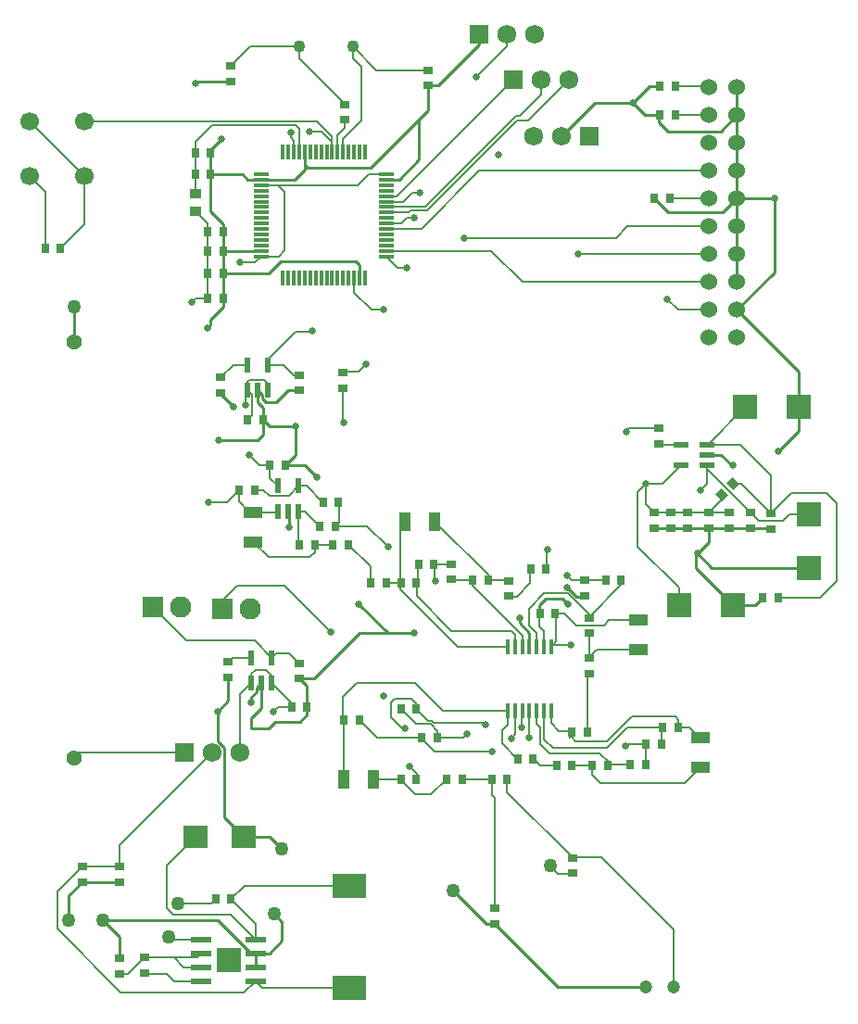
<source format=gtl>
G04*
G04 #@! TF.GenerationSoftware,Altium Limited,Altium Designer,18.1.9 (240)*
G04*
G04 Layer_Physical_Order=1*
G04 Layer_Color=255*
%FSAX24Y24*%
%MOIN*%
G70*
G01*
G75*
G04:AMPARAMS|DCode=14|XSize=35.4mil|YSize=31.5mil|CornerRadius=0mil|HoleSize=0mil|Usage=FLASHONLY|Rotation=135.000|XOffset=0mil|YOffset=0mil|HoleType=Round|Shape=Rectangle|*
%AMROTATEDRECTD14*
4,1,4,0.0237,-0.0014,0.0014,-0.0237,-0.0237,0.0014,-0.0014,0.0237,0.0237,-0.0014,0.0*
%
%ADD14ROTATEDRECTD14*%

%ADD15R,0.0315X0.0354*%
%ADD16R,0.0354X0.0315*%
%ADD17R,0.0581X0.0118*%
%ADD18R,0.0118X0.0581*%
%ADD19R,0.0906X0.0906*%
%ADD20R,0.0906X0.0906*%
%ADD21R,0.0433X0.0669*%
%ADD22R,0.0669X0.0433*%
%ADD23R,0.0220X0.0520*%
%ADD24R,0.0394X0.0354*%
%ADD25R,0.0177X0.0581*%
%ADD26R,0.0580X0.0220*%
%ADD27R,0.0886X0.0847*%
%ADD28R,0.1220X0.0866*%
%ADD29R,0.0780X0.0220*%
%ADD30R,0.0900X0.0900*%
%ADD59C,0.0060*%
%ADD60C,0.0100*%
%ADD61R,0.0658X0.0658*%
%ADD62C,0.0679*%
%ADD63C,0.0600*%
%ADD64C,0.0472*%
%ADD65C,0.0669*%
%ADD66C,0.0433*%
%ADD67C,0.0561*%
%ADD68R,0.0743X0.0743*%
%ADD69C,0.0768*%
%ADD70C,0.0250*%
%ADD71C,0.0500*%
D14*
X037259Y031642D02*
D03*
X037648Y032032D02*
D03*
D15*
X023664Y023542D02*
D03*
X024215D02*
D03*
X035580Y046350D02*
D03*
X035029D02*
D03*
X026356Y029158D02*
D03*
X026907D02*
D03*
X035085Y022686D02*
D03*
X034534D02*
D03*
X026469Y022920D02*
D03*
X027021D02*
D03*
X035580Y045300D02*
D03*
X035029D02*
D03*
X039287Y027948D02*
D03*
X038735D02*
D03*
X028862Y028583D02*
D03*
X028311D02*
D03*
X032611Y021921D02*
D03*
X033162D02*
D03*
X025715Y021420D02*
D03*
X026266D02*
D03*
X035393Y042300D02*
D03*
X034842D02*
D03*
X031327Y021921D02*
D03*
X031878D02*
D03*
X027921Y021420D02*
D03*
X027369D02*
D03*
X024639Y028470D02*
D03*
X025191D02*
D03*
X030392Y028967D02*
D03*
X030943D02*
D03*
X031869Y023101D02*
D03*
X032421D02*
D03*
X030471Y022158D02*
D03*
X029919D02*
D03*
X025719Y028470D02*
D03*
X026271D02*
D03*
X031278Y027390D02*
D03*
X030726D02*
D03*
X035688Y023288D02*
D03*
X035137D02*
D03*
X019904Y031820D02*
D03*
X020456D02*
D03*
X022916Y031380D02*
D03*
X023468D02*
D03*
X022615Y029850D02*
D03*
X022064D02*
D03*
X023821Y029850D02*
D03*
X023270D02*
D03*
X012924Y040500D02*
D03*
X013476D02*
D03*
X025719Y023933D02*
D03*
X026271D02*
D03*
X034520Y021941D02*
D03*
X033969D02*
D03*
X033094Y028581D02*
D03*
X033645D02*
D03*
X020762Y034350D02*
D03*
X020210D02*
D03*
X019050Y017100D02*
D03*
X019601D02*
D03*
X019326Y038700D02*
D03*
X018774D02*
D03*
X019326Y039600D02*
D03*
X018774D02*
D03*
X019326Y040400D02*
D03*
X018774D02*
D03*
X019326Y041100D02*
D03*
X018774D02*
D03*
X018876Y043176D02*
D03*
X018324D02*
D03*
X018876Y043950D02*
D03*
X018324D02*
D03*
X028986Y021420D02*
D03*
X029537D02*
D03*
X021010Y032713D02*
D03*
X021562D02*
D03*
X021789Y024000D02*
D03*
X022340D02*
D03*
X022800Y030501D02*
D03*
X023351D02*
D03*
D16*
X034995Y033480D02*
D03*
Y034031D02*
D03*
X032342Y028010D02*
D03*
Y028561D02*
D03*
X032480Y026667D02*
D03*
Y027218D02*
D03*
X029582Y028007D02*
D03*
Y028558D02*
D03*
X032480Y025223D02*
D03*
Y025775D02*
D03*
X031894Y018029D02*
D03*
Y018580D02*
D03*
X016500Y014444D02*
D03*
Y014995D02*
D03*
X023700Y045683D02*
D03*
Y045132D02*
D03*
X029100Y016224D02*
D03*
Y016776D02*
D03*
X023639Y036040D02*
D03*
Y035489D02*
D03*
X035445Y030444D02*
D03*
Y030995D02*
D03*
X034845Y030444D02*
D03*
Y030995D02*
D03*
X036045Y030995D02*
D03*
Y030444D02*
D03*
X036795Y030995D02*
D03*
Y030444D02*
D03*
X037545Y030444D02*
D03*
Y030995D02*
D03*
X027532Y029158D02*
D03*
Y028607D02*
D03*
X026700Y046919D02*
D03*
Y046368D02*
D03*
X038295Y030444D02*
D03*
Y030995D02*
D03*
X019601Y046510D02*
D03*
Y047061D02*
D03*
X039045Y030419D02*
D03*
Y030970D02*
D03*
X015600Y014976D02*
D03*
Y014424D02*
D03*
X019237Y035311D02*
D03*
Y035863D02*
D03*
X022050Y035400D02*
D03*
Y035951D02*
D03*
X014250Y017709D02*
D03*
Y018261D02*
D03*
X015600Y017709D02*
D03*
Y018261D02*
D03*
X019500Y025626D02*
D03*
Y025074D02*
D03*
X022050Y025585D02*
D03*
Y025033D02*
D03*
D17*
X025209Y043176D02*
D03*
Y042980D02*
D03*
Y042783D02*
D03*
Y042586D02*
D03*
Y042389D02*
D03*
Y042192D02*
D03*
Y041995D02*
D03*
Y041798D02*
D03*
Y041602D02*
D03*
Y041405D02*
D03*
Y041208D02*
D03*
Y041011D02*
D03*
Y040814D02*
D03*
Y040617D02*
D03*
Y040420D02*
D03*
Y040224D02*
D03*
X020691D02*
D03*
Y040420D02*
D03*
Y040617D02*
D03*
Y040814D02*
D03*
Y041011D02*
D03*
Y041208D02*
D03*
Y041405D02*
D03*
Y041602D02*
D03*
Y041798D02*
D03*
Y041995D02*
D03*
Y042192D02*
D03*
Y042389D02*
D03*
Y042586D02*
D03*
Y042783D02*
D03*
Y042980D02*
D03*
Y043176D02*
D03*
D18*
X024426Y039441D02*
D03*
X024230D02*
D03*
X024033D02*
D03*
X023836D02*
D03*
X023639D02*
D03*
X023442D02*
D03*
X023245D02*
D03*
X023048D02*
D03*
X022852D02*
D03*
X022655D02*
D03*
X022458D02*
D03*
X022261D02*
D03*
X022064D02*
D03*
X021867D02*
D03*
X021670D02*
D03*
X021474D02*
D03*
Y043959D02*
D03*
X021670D02*
D03*
X021867D02*
D03*
X022064D02*
D03*
X022261D02*
D03*
X022458D02*
D03*
X022655D02*
D03*
X022852D02*
D03*
X023048D02*
D03*
X023245D02*
D03*
X023442D02*
D03*
X023639D02*
D03*
X023836D02*
D03*
X024033D02*
D03*
X024230D02*
D03*
X024426D02*
D03*
D19*
X040029Y034800D02*
D03*
X038100D02*
D03*
X037665Y027683D02*
D03*
X035735D02*
D03*
D20*
X040395Y029005D02*
D03*
Y030934D02*
D03*
D21*
X023663Y021420D02*
D03*
X024726D02*
D03*
X025879Y030680D02*
D03*
X026942D02*
D03*
D22*
X034269Y027134D02*
D03*
Y026071D02*
D03*
X020400Y031015D02*
D03*
Y029952D02*
D03*
X036495Y022906D02*
D03*
Y021843D02*
D03*
D23*
X020200Y035400D02*
D03*
X020570D02*
D03*
X020940D02*
D03*
Y036320D02*
D03*
X020200D02*
D03*
X020330Y024866D02*
D03*
X020700D02*
D03*
X021070D02*
D03*
Y025786D02*
D03*
X020330D02*
D03*
X021300Y031960D02*
D03*
X022040D02*
D03*
Y031040D02*
D03*
X021670D02*
D03*
X021300D02*
D03*
D24*
X018334Y042465D02*
D03*
Y041835D02*
D03*
D25*
X029577Y026177D02*
D03*
X029833D02*
D03*
X030089D02*
D03*
X030345D02*
D03*
X030601D02*
D03*
X030857D02*
D03*
X031113D02*
D03*
Y023863D02*
D03*
X030857D02*
D03*
X030601D02*
D03*
X030345D02*
D03*
X030089D02*
D03*
X029833D02*
D03*
X029577D02*
D03*
D26*
X036731Y032713D02*
D03*
Y033083D02*
D03*
Y033453D02*
D03*
X035791D02*
D03*
Y032713D02*
D03*
D27*
X018334Y019350D02*
D03*
X020066D02*
D03*
D28*
X023850Y017581D02*
D03*
Y013919D02*
D03*
D29*
X018546Y015657D02*
D03*
Y015157D02*
D03*
Y014657D02*
D03*
Y014157D02*
D03*
X020486D02*
D03*
Y014657D02*
D03*
Y015157D02*
D03*
Y015657D02*
D03*
D30*
X019516Y014907D02*
D03*
D59*
X026469Y022886D02*
Y022920D01*
Y022886D02*
X026942Y022413D01*
X028995D01*
X031721Y028099D02*
X032480Y027340D01*
X030864Y028099D02*
X031721D01*
X032480Y027238D02*
Y027340D01*
X020940Y035400D02*
Y035636D01*
X020802Y035774D02*
X020940Y035636D01*
X020259Y035774D02*
X020802D01*
X020200Y035715D02*
X020259Y035774D01*
X020200Y035400D02*
Y035715D01*
X020115Y035315D02*
X020200Y035400D01*
X020115Y034876D02*
Y035315D01*
X020200Y035400D02*
X020367Y035233D01*
Y034506D02*
Y035233D01*
X020210Y034350D02*
X020367Y034506D01*
X023245Y044348D02*
Y044539D01*
Y043959D02*
Y044348D01*
X022874Y044719D02*
X023245Y044348D01*
X022443Y044719D02*
X022874D01*
X030068Y023842D02*
X030089Y023863D01*
X030068Y023260D02*
Y023842D01*
X028699Y023431D02*
X028763Y023367D01*
X026903Y023431D02*
X028699D01*
X026271Y023933D02*
Y024129D01*
X026100Y024300D02*
X026271Y024129D01*
X025488Y024300D02*
X026100D01*
X025350Y024162D02*
X025488Y024300D01*
X025350Y023646D02*
Y024162D01*
Y023646D02*
X025766Y023229D01*
X025868D01*
X026018Y021871D02*
X026285Y021603D01*
Y021420D02*
Y021603D01*
X026830Y023504D02*
X026903Y023431D01*
X026699Y023504D02*
X026830D01*
X026271Y023933D02*
X026699Y023504D01*
X035522Y013950D02*
Y015999D01*
X032921Y018600D02*
X035522Y015999D01*
X031894Y018600D02*
X032921D01*
X033861Y022686D02*
X034514D01*
X033795Y022620D02*
X033861Y022686D01*
X018324Y043950D02*
Y044338D01*
X018922Y044935D01*
X021922D01*
X022064Y044793D01*
Y043959D02*
Y044793D01*
X020486Y015657D02*
Y016215D01*
X019601Y017100D02*
X020486Y016215D01*
X026927Y028578D02*
X026966Y028538D01*
X028986Y020850D02*
Y021420D01*
Y020850D02*
X029100Y020736D01*
Y016795D02*
Y020736D01*
X031081Y018305D02*
X031376Y018009D01*
X031894D01*
X029537Y020957D02*
X031894Y018600D01*
X029537Y020957D02*
Y021420D01*
X034995Y033460D02*
X035002Y033453D01*
X035791D01*
X033813Y033923D02*
X033940Y034051D01*
X034995D01*
X025209Y042192D02*
X025800D01*
X026128Y042521D01*
X026380D01*
X028431Y046670D02*
X029537Y047776D01*
Y048221D01*
X029866Y045283D02*
X029983D01*
X026603Y042021D02*
X029866Y045283D01*
X025234Y042021D02*
X026603D01*
X025209Y041995D02*
X025234Y042021D01*
X026005Y041798D02*
X026077Y041871D01*
X025209Y041798D02*
X026005D01*
X029908Y045113D02*
X030296D01*
X026665Y041871D02*
X029908Y045113D01*
X026077Y041871D02*
X026665D01*
X029983Y045283D02*
X030750Y046050D01*
X030296Y045113D02*
X031750Y046567D01*
X030750Y046050D02*
Y046567D01*
X025209Y042389D02*
X025572D01*
X029750Y046567D01*
X035309Y038671D02*
X035680Y038300D01*
X036795D01*
X025945Y041621D02*
X026181D01*
X025209Y040224D02*
X025612Y039821D01*
X025930D01*
X027981Y040871D02*
X033450D01*
X033879Y041300D01*
X036795D01*
X025209Y041405D02*
X025730D01*
X025945Y041621D01*
X032100Y040300D02*
X036795D01*
X024033Y038917D02*
Y039441D01*
Y038917D02*
X024649Y038300D01*
X025107D01*
X030089Y039300D02*
X036795D01*
X028969Y040420D02*
X030089Y039300D01*
X025209Y040420D02*
X028969D01*
X025209Y041208D02*
X026450D01*
X028542Y043300D01*
X036795D01*
X035413Y042300D02*
X036795D01*
X036745Y046350D02*
X036795Y046300D01*
X035600Y046350D02*
X036745D01*
X035600Y045300D02*
X036795D01*
X020471Y040004D02*
X020691Y040224D01*
X019942Y040004D02*
X020471D01*
X018189Y038573D02*
X018316Y038700D01*
X018774D01*
X021300Y042783D02*
X021526Y042557D01*
X021300Y042783D02*
X024168D01*
X020691D02*
X021300D01*
X020691Y040224D02*
X021316D01*
X021525Y040433D01*
Y040645D01*
X021526Y040646D01*
Y042557D01*
X024562Y043176D02*
X025209D01*
X024168Y042783D02*
X024562Y043176D01*
X021867Y043959D02*
Y044392D01*
X021767Y044493D02*
X021867Y044392D01*
X021767Y044493D02*
Y044676D01*
X024197Y036059D02*
X024475Y036337D01*
X023639Y036059D02*
X024197D01*
X012366Y043116D02*
X012924Y042557D01*
Y040500D02*
Y042557D01*
X013476Y040500D02*
X014334Y041359D01*
Y043116D01*
X012366Y045084D02*
X014334Y043116D01*
X022700Y045084D02*
X023245Y044539D01*
X014334Y045084D02*
X022700D01*
X020940Y036320D02*
X021490D01*
X021859Y035951D01*
X022050D01*
X022500Y037500D02*
X022527Y037527D01*
X021940Y037500D02*
X022500D01*
X024300Y045113D02*
Y047039D01*
X023985Y047354D02*
Y047771D01*
Y047354D02*
X024300Y047039D01*
X023639Y043959D02*
Y044452D01*
X024300Y045113D01*
X023442Y043959D02*
Y044592D01*
X023700Y044850D01*
Y045113D01*
X022064Y047339D02*
Y047771D01*
Y047339D02*
X023700Y045703D01*
X023985Y047771D02*
X024836Y046919D01*
X026700D01*
X020310Y047771D02*
X022064D01*
X019601Y047061D02*
X020310Y047771D01*
X018324Y043176D02*
Y043950D01*
Y043176D02*
X018334Y043167D01*
Y042465D02*
Y043167D01*
Y041835D02*
X018774Y041394D01*
Y041100D02*
Y041394D01*
Y040400D02*
Y041100D01*
Y039600D02*
Y040400D01*
Y038700D02*
Y039600D01*
X020940Y036320D02*
Y036500D01*
X021940Y037500D01*
X019694Y036320D02*
X020200D01*
X019237Y035863D02*
X019694Y036320D01*
X021276Y031015D02*
X021300Y031040D01*
X020400Y031015D02*
X021276D01*
X019447Y031382D02*
X019885Y031820D01*
X018811Y031382D02*
X019447D01*
X023639Y034245D02*
X023652Y034232D01*
X023639Y034245D02*
Y035469D01*
X024511Y030501D02*
X025250Y029763D01*
X023351Y030501D02*
X024511D01*
X023351D02*
X023487Y030637D01*
Y031380D01*
X022040Y031960D02*
X022317D01*
X022897Y031380D01*
X022040Y031040D02*
X022261D01*
X022800Y030501D01*
X021680Y031600D02*
X022040Y031960D01*
X020982Y031600D02*
X021680D01*
X020761Y031820D02*
X020982Y031600D01*
X020475Y031820D02*
X020761D01*
X020640Y032713D02*
X021010D01*
Y032250D02*
Y032713D01*
Y032250D02*
X021300Y031960D01*
X020270Y033083D02*
X020640Y032713D01*
X019885Y031400D02*
Y031820D01*
Y031400D02*
X020270Y031015D01*
X020400D01*
Y029952D02*
X020952Y029400D01*
X022444D01*
X022635Y029592D01*
Y029850D01*
X022040Y031040D02*
X022044Y031036D01*
Y029850D02*
Y031036D01*
X022635Y029850D02*
X023250D01*
X024620Y028470D02*
Y029071D01*
X023841Y029850D02*
X024620Y029071D01*
X020456Y026400D02*
X021070Y025786D01*
X017993Y026400D02*
X020456D01*
X016793Y027600D02*
X017993Y026400D01*
X019300Y027533D02*
Y027839D01*
X019828Y028366D01*
X021526D01*
X023192Y026700D01*
X039045Y030970D02*
X039779Y031705D01*
X041037D01*
X041400Y031341D01*
Y028553D02*
Y031341D01*
X040796Y027948D02*
X041400Y028553D01*
X039306Y027948D02*
X040796D01*
X034245Y031758D02*
X034522Y032035D01*
X034245Y029787D02*
Y031758D01*
Y029787D02*
X035735Y028296D01*
Y027683D02*
Y028296D01*
X034522Y031318D02*
Y032035D01*
X032480Y025794D02*
X032757Y026071D01*
X034269D01*
X036753Y033453D02*
X037939D01*
X036731D02*
X036753D01*
X038100Y034800D01*
X036731Y032559D02*
X038295Y030995D01*
X036731Y032559D02*
Y032713D01*
X036795Y030995D02*
X037245Y031445D01*
X036795Y030995D02*
X036795Y030995D01*
X037245Y031445D02*
Y031628D01*
X037970Y032046D02*
X039045Y030970D01*
X037662Y032046D02*
X037970D01*
X039045Y030970D02*
Y032347D01*
X037939Y033453D02*
X039045Y032347D01*
X035114Y032035D02*
X035791Y032713D01*
X034522Y032035D02*
X035114D01*
X034522Y031318D02*
X034845Y030995D01*
X036731Y032050D02*
Y032559D01*
X036495Y031813D02*
X036731Y032050D01*
X038295Y030995D02*
X038596Y030695D01*
X039470D01*
X039710Y030934D01*
X040395D01*
X036795Y030995D02*
X037545D01*
X036045Y030995D02*
X036045Y030995D01*
X036045Y030995D02*
X036045Y030995D01*
X036045Y030995D02*
X036795D01*
X035445Y030995D02*
X036045D01*
X035445Y030995D02*
X035445Y030995D01*
X034845Y030995D02*
X035445D01*
X026927Y028578D02*
Y029158D01*
X026290Y028470D02*
X026336Y028516D01*
Y029158D01*
X026927D02*
X027532D01*
X029755Y026903D02*
X030089Y026569D01*
Y026177D02*
Y026569D01*
X029754Y026903D02*
X029755D01*
X028292Y028366D02*
X029754Y026903D01*
X028292Y028366D02*
Y028583D01*
X027532Y028607D02*
X027556Y028583D01*
X028292D01*
X029833Y026177D02*
Y026613D01*
X029693Y026753D02*
X029833Y026613D01*
X027532Y026753D02*
X029693D01*
X026290Y027995D02*
X027532Y026753D01*
X026290Y027995D02*
Y028470D01*
X027767Y026177D02*
X029577D01*
X025700Y028243D02*
X027767Y026177D01*
X025700Y028243D02*
Y028470D01*
X025210D02*
X025700D01*
Y030501D01*
X025879Y030680D01*
X026942D02*
X028882Y028740D01*
Y028583D02*
Y028740D01*
Y028583D02*
X029577D01*
X029582Y028578D01*
X030372Y028460D02*
Y028967D01*
X029900Y027988D02*
X030372Y028460D01*
X029582Y027988D02*
X029900D01*
X031180Y026244D02*
X031297Y026361D01*
X031113Y026177D02*
X031180Y026244D01*
X031845D01*
X030963Y029626D02*
X031002Y029665D01*
X030963Y028967D02*
Y029626D01*
X030318Y027553D02*
X030864Y028099D01*
X031695Y028750D02*
X031864Y028581D01*
X032342D01*
X033094D01*
X031297Y027390D02*
X031594D01*
X032042Y026943D01*
X033013D01*
X033204Y027134D01*
X034269D01*
X031297Y026361D02*
Y027390D01*
X030857Y026177D02*
Y026753D01*
X030707Y026903D02*
X030857Y026753D01*
X030707Y026903D02*
Y027390D01*
X030601Y026177D02*
Y026670D01*
X030318Y026953D02*
X030601Y026670D01*
X030318Y026953D02*
Y027553D01*
X032480Y027238D02*
X033645Y028403D01*
Y028581D01*
X032480Y026642D02*
X032480Y026642D01*
Y025794D02*
Y026642D01*
X032440Y025164D02*
X032480Y025204D01*
X032440Y023101D02*
Y025164D01*
X035708Y023288D02*
X036112D01*
X036495Y022906D01*
X032591Y021561D02*
Y021921D01*
Y021561D02*
X032883Y021270D01*
X035922D01*
X036495Y021843D01*
X035708Y023288D02*
Y023550D01*
X035592Y023666D02*
X035708Y023550D01*
X034028Y023666D02*
X035592D01*
X033144Y022782D02*
X034028Y023666D01*
X031789Y022920D02*
Y023154D01*
X031995Y022782D02*
X033144D01*
X031850Y022927D02*
X031995Y022782D01*
X031850Y022927D02*
Y023101D01*
X031113Y023431D02*
Y023863D01*
Y023431D02*
X031390Y023154D01*
X031789D01*
X030857Y023863D02*
X030876Y023843D01*
Y022854D02*
Y023843D01*
Y022854D02*
X031182Y022549D01*
X033123D01*
X033850Y023276D01*
X035105D01*
X027957Y022920D02*
X028095Y023058D01*
X027040Y022920D02*
X027957D01*
X035105Y022686D02*
Y023276D01*
X034514Y022686D02*
X034520Y022680D01*
Y021941D02*
Y022680D01*
X033182Y021921D02*
X033201Y021941D01*
X033969D01*
X029833Y023038D02*
Y023863D01*
X029687Y022891D02*
X029833Y023038D01*
X030601Y023414D02*
Y023863D01*
Y023414D02*
X030726Y023288D01*
Y022688D02*
Y023288D01*
Y022688D02*
X031070Y022345D01*
X032867D01*
X033182Y022030D01*
Y021921D02*
Y022030D01*
X032591Y021921D02*
X032591Y021921D01*
X031898Y021921D02*
X032591D01*
X030490Y022158D02*
X030726Y021921D01*
X031307D01*
X030345Y022920D02*
Y023863D01*
X029351Y023166D02*
X029577Y023392D01*
X029351Y022706D02*
Y023166D01*
Y022706D02*
X029900Y022158D01*
X029577Y023392D02*
Y023863D01*
X023644Y023542D02*
Y024380D01*
X024131Y024867D01*
X026235D01*
X027238Y023863D01*
X029577D01*
X025719Y023933D02*
X026258Y023394D01*
X026784D01*
X027040Y023138D01*
Y022920D02*
Y023138D01*
X024235Y023542D02*
X024857Y022920D01*
X026450D01*
X023644Y023542D02*
X023663Y023523D01*
Y021420D02*
Y023523D01*
X024726Y021420D02*
X025695D01*
X026236Y020879D01*
X026809D01*
X027350Y021420D01*
X027940D02*
X028986D01*
X021136Y023850D02*
X021286Y024000D01*
X021789D01*
X020330Y024866D02*
Y025197D01*
X020483Y025350D01*
X020851D01*
X021070Y025131D01*
Y024866D02*
Y025131D01*
X019500Y025626D02*
X019660Y025786D01*
X020330D01*
X021070D02*
X021234Y025950D01*
X021685D01*
X022050Y025585D01*
X021789Y024000D02*
Y024147D01*
X021070Y024866D02*
X021789Y024147D01*
X019925Y024461D02*
X020330Y024866D01*
X019925Y022361D02*
Y024461D01*
X013950Y022187D02*
X014124Y022361D01*
X017925D01*
X017300Y018316D02*
X018334Y019350D01*
X017300Y016784D02*
Y018316D01*
Y016784D02*
X017534Y016550D01*
X017866D01*
X017870Y016555D01*
X019588D01*
X020486Y015657D01*
X018900Y016950D02*
X019050Y017100D01*
X017700Y016950D02*
X018900D01*
X017359Y015755D02*
X017457Y015657D01*
X018546D01*
X015600Y018261D02*
Y019036D01*
X018925Y022361D01*
X013350Y017361D02*
X014250Y018261D01*
X013350Y016026D02*
Y017361D01*
Y016026D02*
X015633Y013742D01*
X015909Y014424D02*
X016500Y015015D01*
X017550D01*
X015633Y013742D02*
X020072D01*
X020486Y014157D01*
X014250Y018261D02*
X015600D01*
X017550Y015015D02*
X018404D01*
X017550D02*
X017908Y014657D01*
X018546D01*
X018404Y015015D02*
X018546Y015157D01*
X015600Y014424D02*
X015909D01*
X017550Y014157D02*
X018546D01*
X017282Y014424D02*
X017550Y014157D01*
X016500Y014424D02*
X017282D01*
X019601Y017100D02*
X020082Y017581D01*
X023850D01*
X020486Y014157D02*
X020723Y013919D01*
X023850D01*
D60*
X037245Y033083D02*
X037631Y032696D01*
X036731Y033083D02*
X037245D01*
X037631Y032696D02*
X037672D01*
X028783Y016205D02*
X029100D01*
X035009Y045037D02*
Y045300D01*
X034822Y042300D02*
X035324Y041798D01*
X030707Y027390D02*
Y027683D01*
X030923Y027900D01*
X031518D01*
X031718Y027700D01*
X031695Y028323D02*
X032028Y027990D01*
X032342D01*
X037214Y044719D02*
X037795Y045300D01*
X035327Y044719D02*
X037214D01*
X035009Y045037D02*
X035327Y044719D01*
X020540Y024706D02*
X020700Y024866D01*
X020540Y024564D02*
Y024706D01*
X020328Y024352D02*
X020540Y024564D01*
X020328Y024173D02*
Y024352D01*
X021670Y031040D02*
X021708Y031003D01*
Y030460D02*
Y031003D01*
X022265Y032713D02*
X022708Y032270D01*
X021562Y032713D02*
X022265D01*
X029100Y016205D02*
X031355Y013950D01*
X034522D01*
X037795Y038300D02*
X039150Y039655D01*
Y042300D01*
X040029Y034800D02*
Y036066D01*
X037795Y038300D02*
X040029Y036066D01*
X019365Y020051D02*
X020066Y019350D01*
X019365Y020051D02*
Y022543D01*
X019116Y022792D02*
X019365Y022543D01*
X019116Y022792D02*
Y023850D01*
X019500Y024234D02*
Y025074D01*
X019116Y023850D02*
X019500Y024234D01*
X020570Y035400D02*
X020730Y035240D01*
Y035099D02*
Y035240D01*
Y035099D02*
X020852Y034977D01*
X021227D01*
X021650Y035400D01*
X022050D01*
X020762Y033821D02*
Y034350D01*
X020550Y033610D02*
X020762Y033821D01*
X019179Y033610D02*
X020550D01*
X019237Y035261D02*
Y035311D01*
Y035261D02*
X019688Y034810D01*
X018876Y043950D02*
Y044054D01*
X019268Y044447D01*
X024227Y026671D02*
X025247D01*
X024193Y027725D02*
X025247Y026671D01*
X026186D01*
X022590Y025033D02*
X024227Y026671D01*
X022067Y025033D02*
X022590D01*
X022050D02*
X022067D01*
X029984Y027035D02*
Y027213D01*
Y027035D02*
X030345Y026675D01*
X020328Y015157D02*
X020486D01*
X019130Y016355D02*
X020328Y015157D01*
X017953Y016355D02*
X019130D01*
X031500Y044539D02*
X032711Y045750D01*
X034050D01*
X026700Y046368D02*
X027058D01*
X028537Y047847D01*
Y048221D01*
X037795Y039300D02*
Y040300D01*
Y041300D01*
Y042300D01*
Y045300D02*
Y046300D01*
Y044300D02*
Y045300D01*
Y043300D02*
Y044300D01*
Y042300D02*
Y043300D01*
Y042300D02*
X039150D01*
X037293Y041798D02*
X037795Y042300D01*
X035324Y041798D02*
X037293D01*
X034050Y045750D02*
X034500Y045300D01*
X035009D01*
X034050Y045750D02*
X034650Y046350D01*
X035009D01*
X025209Y042980D02*
X025650D01*
X026379Y043708D01*
Y045150D01*
X022261Y043500D02*
Y043959D01*
Y043350D02*
Y043500D01*
X022368Y043393D01*
X024622D01*
X026379Y045150D01*
X021891Y042980D02*
X022261Y043350D01*
X020691Y042980D02*
X021891D01*
X018387Y046510D02*
X019601D01*
X018334Y046457D02*
X018387Y046510D01*
X026379Y045150D02*
X026700Y045471D01*
Y046368D01*
X018750Y037650D02*
X018863Y037763D01*
Y037950D01*
X024230Y039441D02*
Y039900D01*
X024080Y040050D02*
X024230Y039900D01*
X021400Y040050D02*
X024080D01*
X020950Y039600D02*
X021400Y040050D01*
X019326Y039600D02*
X020950D01*
X019326Y041100D02*
Y041379D01*
X018876Y041829D02*
X019326Y041379D01*
X018876Y041829D02*
Y043176D01*
X020210Y042980D02*
X020691D01*
X020013Y043176D02*
X020210Y042980D01*
X018876Y043176D02*
X020013D01*
X018876D02*
Y043950D01*
X020670Y040400D02*
X020691Y040420D01*
X019326Y040400D02*
X020670D01*
X019326D02*
Y041100D01*
Y039600D02*
Y040400D01*
Y038700D02*
Y039600D01*
Y038400D02*
Y038700D01*
X018876Y037950D02*
X019326Y038400D01*
X018863Y037950D02*
X018876D01*
X020570Y034977D02*
Y035400D01*
Y034977D02*
X020762Y034785D01*
Y034350D02*
Y034785D01*
Y034350D02*
X021003Y034109D01*
X021922D01*
X021562Y032713D02*
X021922Y033073D01*
Y034109D01*
X036327Y029473D02*
X036381Y029527D01*
X036327Y029021D02*
Y029473D01*
Y029021D02*
X037665Y027683D01*
X038451D02*
X038716Y027948D01*
X037665Y027683D02*
X038451D01*
X039300Y033204D02*
X040029Y033933D01*
Y034800D01*
X030345Y026177D02*
Y026675D01*
X036381Y029527D02*
X036903Y029005D01*
X040395D01*
X039020Y030444D02*
X039045Y030419D01*
X038295Y030444D02*
X039020D01*
X038295Y030444D02*
X038295Y030444D01*
X037545Y030444D02*
X038295D01*
X036381Y029527D02*
X036795Y029940D01*
Y030444D01*
X037545D02*
X037545Y030444D01*
X036795Y030444D02*
X037545D01*
X036795Y030444D02*
X036795Y030444D01*
X036045Y030444D02*
X036795D01*
X036045Y030444D02*
X036045Y030444D01*
X035445Y030444D02*
X036045D01*
X035445Y030444D02*
X035445Y030444D01*
X034845Y030444D02*
X035445D01*
X015005Y016350D02*
X015600Y015755D01*
X021191Y023489D02*
X022080D01*
X020953Y023250D02*
X021191Y023489D01*
X020330Y023250D02*
Y023610D01*
X020700Y023980D01*
X020330Y023250D02*
X020953D01*
X020700Y023980D02*
Y024866D01*
X022340Y023749D02*
Y024000D01*
X022080Y023489D02*
X022340Y023749D01*
Y024000D02*
Y024760D01*
X022067Y025033D02*
X022340Y024760D01*
X013950Y037148D02*
Y038400D01*
X020987Y019350D02*
X021437Y018900D01*
X020066Y019350D02*
X020987D01*
X015005Y016350D02*
X017949D01*
X015000Y016355D02*
X015005Y016350D01*
X017949D02*
X017953Y016355D01*
X015600Y014976D02*
Y015755D01*
X020486Y014657D02*
Y015157D01*
X014250Y017709D02*
X015600D01*
X013769Y017229D02*
X014250Y017709D01*
X013769Y016355D02*
Y017229D01*
X021150Y016579D02*
X021437Y016292D01*
Y015600D02*
Y016292D01*
X020993Y015157D02*
X021437Y015600D01*
X020486Y015157D02*
X020993D01*
X027587Y017400D02*
X028783Y016205D01*
D61*
X017925Y022361D02*
D03*
X029750Y046567D02*
D03*
X032500Y044539D02*
D03*
X028537Y048221D02*
D03*
D62*
X018925Y022361D02*
D03*
X019925D02*
D03*
X030750Y046567D02*
D03*
X031750D02*
D03*
X030500Y044539D02*
D03*
X031500D02*
D03*
X030537Y048221D02*
D03*
X029537D02*
D03*
D63*
X036795Y037300D02*
D03*
X037795D02*
D03*
X036795Y038300D02*
D03*
X037795D02*
D03*
X036795Y039300D02*
D03*
X037795D02*
D03*
X036795Y040300D02*
D03*
X037795D02*
D03*
X036795Y041300D02*
D03*
X037795D02*
D03*
X036795Y042300D02*
D03*
X037795D02*
D03*
X036795Y043300D02*
D03*
X037795D02*
D03*
X036795Y044300D02*
D03*
X037795D02*
D03*
X036795Y045300D02*
D03*
X037795D02*
D03*
X036795Y046300D02*
D03*
X037795D02*
D03*
D64*
X034522Y013950D02*
D03*
X035522D02*
D03*
D65*
X014334Y043116D02*
D03*
Y045084D02*
D03*
X012366D02*
D03*
Y043116D02*
D03*
D66*
X022064Y047771D02*
D03*
X023985D02*
D03*
D67*
X013950Y022187D02*
D03*
Y037148D02*
D03*
D68*
X016793Y027600D02*
D03*
X019300Y027533D02*
D03*
D69*
X017793Y027600D02*
D03*
X020300Y027533D02*
D03*
D70*
X031695Y028323D02*
D03*
X031718Y027700D02*
D03*
X020328Y024173D02*
D03*
X020115Y034876D02*
D03*
X030068Y023260D02*
D03*
X028763Y023367D02*
D03*
X025868Y023229D02*
D03*
X026018Y021871D02*
D03*
X021708Y030460D02*
D03*
X022708Y032270D02*
D03*
X019179Y033610D02*
D03*
X019688Y034810D02*
D03*
X019268Y044447D02*
D03*
X024193Y027725D02*
D03*
X026186Y026671D02*
D03*
X029984Y027213D02*
D03*
X026966Y028538D02*
D03*
X033813Y033923D02*
D03*
X026380Y042521D02*
D03*
X028431Y046670D02*
D03*
X029222Y043871D02*
D03*
X035309Y038671D02*
D03*
X026181Y041621D02*
D03*
X027981Y040871D02*
D03*
X025930Y039821D02*
D03*
X032100Y040300D02*
D03*
X025107Y038300D02*
D03*
X039150Y042300D02*
D03*
X022443Y044719D02*
D03*
X019942Y040004D02*
D03*
X018189Y038573D02*
D03*
X021767Y044676D02*
D03*
X024475Y036337D02*
D03*
X022527Y037527D02*
D03*
X018750Y037650D02*
D03*
X018334Y046457D02*
D03*
X021922Y034109D02*
D03*
X018811Y031382D02*
D03*
X023652Y034232D02*
D03*
X034050Y045750D02*
D03*
X020270Y033083D02*
D03*
X039300Y033204D02*
D03*
X037672Y032696D02*
D03*
X034522Y032035D02*
D03*
X036495Y031813D02*
D03*
X030345Y022920D02*
D03*
X029687Y022891D02*
D03*
X036381Y029527D02*
D03*
X033795Y022620D02*
D03*
X028095Y023058D02*
D03*
X025250Y029763D02*
D03*
X031845Y026244D02*
D03*
X031695Y028750D02*
D03*
X031002Y029665D02*
D03*
X028995Y022413D02*
D03*
X025107Y024420D02*
D03*
X023192Y026700D02*
D03*
X021136Y023850D02*
D03*
X019116D02*
D03*
D71*
X021437Y018900D02*
D03*
X017700Y016950D02*
D03*
X017359Y015755D02*
D03*
X021150Y016579D02*
D03*
X031081Y018305D02*
D03*
X027587Y017400D02*
D03*
X013950Y038400D02*
D03*
X015000Y016355D02*
D03*
X013769D02*
D03*
M02*

</source>
